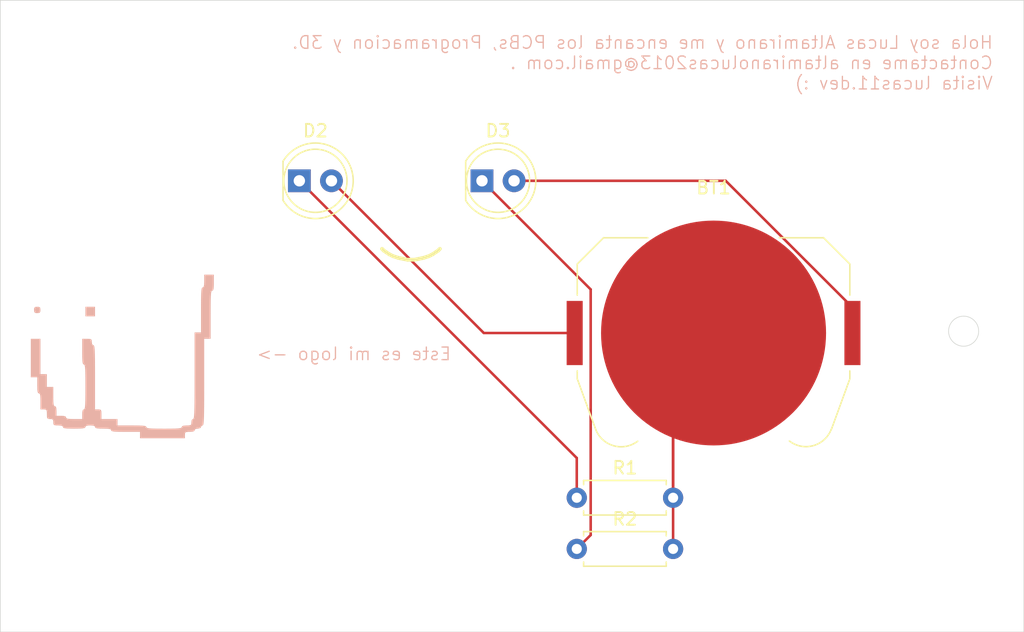
<source format=kicad_pcb>
(kicad_pcb (version 20241229) (generator "pcbnew") (generator_version "9.0")
  (layers (0 "F.Cu" signal) (2 "B.Cu" signal) (13 "F.Paste" user) (15 "B.Paste" user) (5 "F.SilkS" user "F.Silkscreen") (7 "B.SilkS" user "B.Silkscreen") (1 "F.Mask" user) (3 "B.Mask" user) (25 "Edge.Cuts" user))
  (net 0 "")
  (net 1 "Net-(BT1-+)")
  (net 2 "Net-(BT1--)")
  (net 3 "Net-(D2-K)")
  (net 4 "Net-(D3-K)")
  (footprint "LED_THT:LED_D5.0mm" (layer "F.Cu") (at 35.56 26.19375)
    (property "Reference" "D2" (at 1.27 -3.96 0) (layer "F.SilkS"))
    (property "Value" "LED")
    (fp_line (start -1.29 -1.545) (end -1.29 1.545) (stroke (width 0.12)) (layer "F.SilkS"))
    (fp_arc (start -1.29 -1.54483) (mid 2.071756 -2.880501) (end 4.26 -0.000048) (stroke (width 0.12)) (layer "F.SilkS"))
    (fp_arc (start 4.26 0.000048) (mid 2.071756 2.880501) (end -1.29 1.54483) (stroke (width 0.12)) (layer "F.SilkS"))
    (fp_circle (center 1.27 0) (end 3.77 0) (stroke (width 0.12)) (fill no) (layer "F.SilkS"))
    (pad "1" thru_hole rect (at 0 0) (size 1.8 1.8) (drill 0.9) (layers "*.Cu" "*.Mask") (net 3 "Net-(D2-K)"))
    (pad "2" thru_hole circle (at 2.54 0) (size 1.8 1.8) (drill 0.9) (layers "*.Cu" "*.Mask") (net 1 "Net-(BT1-+)"))
  )
  (footprint "Resistor_THT:R_Axial_DIN0207_L6.3mm_D2.5mm_P7.62mm_Horizontal" (layer "F.Cu") (at 57.505 55.33625)
    (property "Reference" "R2" (at 3.81 -2.37 0) (layer "F.SilkS"))
    (property "Value" "R")
    (fp_line (start 0.54 -1.37) (end 7.08 -1.37) (stroke (width 0.12)) (layer "F.SilkS"))
    (fp_line (start 0.54 -1.04) (end 0.54 -1.37) (stroke (width 0.12)) (layer "F.SilkS"))
    (fp_line (start 0.54 1.04) (end 0.54 1.37) (stroke (width 0.12)) (layer "F.SilkS"))
    (fp_line (start 0.54 1.37) (end 7.08 1.37) (stroke (width 0.12)) (layer "F.SilkS"))
    (fp_line (start 7.08 -1.37) (end 7.08 -1.04) (stroke (width 0.12)) (layer "F.SilkS"))
    (fp_line (start 7.08 1.37) (end 7.08 1.04) (stroke (width 0.12)) (layer "F.SilkS"))
    (pad "1" thru_hole circle (at 0 0) (size 1.6 1.6) (drill 0.8) (layers "*.Cu" "*.Mask") (net 4 "Net-(D3-K)"))
    (pad "2" thru_hole oval (at 7.62 0) (size 1.6 1.6) (drill 0.8) (layers "*.Cu" "*.Mask") (net 2 "Net-(BT1--)"))
  )
  (footprint "Battery:BatteryHolder_Keystone_3034_1x20mm" (layer "F.Cu") (at 68.325 38.244325)
    (property "Reference" "BT1" (at 0 -11.5 0) (layer "F.SilkS"))
    (property "Value" "Battery_Cell")
    (fp_line (start -10.78 -5.46) (end -10.78 -3) (stroke (width 0.12)) (layer "F.SilkS"))
    (fp_line (start -10.78 3) (end -10.78 3.63) (stroke (width 0.12)) (layer "F.SilkS"))
    (fp_line (start -10.78 3.63) (end -9.34 7.58) (stroke (width 0.12)) (layer "F.SilkS"))
    (fp_line (start -8.7 -7.54) (end -10.78 -5.46) (stroke (width 0.12)) (layer "F.SilkS"))
    (fp_line (start -5.2 -7.54) (end -8.7 -7.54) (stroke (width 0.12)) (layer "F.SilkS"))
    (fp_line (start 8.7 -7.54) (end 5.2 -7.54) (stroke (width 0.12)) (layer "F.SilkS"))
    (fp_line (start 8.7 -7.54) (end 10.78 -5.46) (stroke (width 0.12)) (layer "F.SilkS"))
    (fp_line (start 10.78 -5.46) (end 10.78 -3) (stroke (width 0.12)) (layer "F.SilkS"))
    (fp_line (start 10.78 3) (end 10.78 3.63) (stroke (width 0.12)) (layer "F.SilkS"))
    (fp_line (start 10.78 3.63) (end 9.34 7.58) (stroke (width 0.12)) (layer "F.SilkS"))
    (fp_arc (start -6.003354 8.56653) (mid -7.921654 8.918738) (end -9.34 7.58) (stroke (width 0.12)) (layer "F.SilkS"))
    (fp_arc (start 9.325243 7.588169) (mid 7.90634 8.911668) (end 6 8.55) (stroke (width 0.12)) (layer "F.SilkS"))
    (pad "1" smd rect (at -10.985 0) (size 1.27 5.08) (layers "F.Cu" "F.Mask" "F.Paste") (net 1 "Net-(BT1-+)"))
    (pad "1" smd rect (at 10.985 0) (size 1.27 5.08) (layers "F.Cu" "F.Mask" "F.Paste") (net 1 "Net-(BT1-+)"))
    (pad "2" smd circle (at 0 0) (size 17.8 17.8) (layers "F.Cu" "F.Mask") (net 2 "Net-(BT1--)"))
  )
  (footprint "Resistor_THT:R_Axial_DIN0207_L6.3mm_D2.5mm_P7.62mm_Horizontal" (layer "F.Cu") (at 57.505 51.28625)
    (property "Reference" "R1" (at 3.81 -2.37 0) (layer "F.SilkS"))
    (property "Value" "R")
    (fp_line (start 0.54 -1.37) (end 7.08 -1.37) (stroke (width 0.12)) (layer "F.SilkS"))
    (fp_line (start 0.54 -1.04) (end 0.54 -1.37) (stroke (width 0.12)) (layer "F.SilkS"))
    (fp_line (start 0.54 1.04) (end 0.54 1.37) (stroke (width 0.12)) (layer "F.SilkS"))
    (fp_line (start 0.54 1.37) (end 7.08 1.37) (stroke (width 0.12)) (layer "F.SilkS"))
    (fp_line (start 7.08 -1.37) (end 7.08 -1.04) (stroke (width 0.12)) (layer "F.SilkS"))
    (fp_line (start 7.08 1.37) (end 7.08 1.04) (stroke (width 0.12)) (layer "F.SilkS"))
    (pad "1" thru_hole circle (at 0 0) (size 1.6 1.6) (drill 0.8) (layers "*.Cu" "*.Mask") (net 3 "Net-(D2-K)"))
    (pad "2" thru_hole oval (at 7.62 0) (size 1.6 1.6) (drill 0.8) (layers "*.Cu" "*.Mask") (net 2 "Net-(BT1--)"))
  )
  (footprint "LED_THT:LED_D5.0mm" (layer "F.Cu") (at 50.00625 26.19375)
    (property "Reference" "D3" (at 1.27 -3.96 0) (layer "F.SilkS"))
    (property "Value" "LED")
    (fp_line (start -1.29 -1.545) (end -1.29 1.545) (stroke (width 0.12)) (layer "F.SilkS"))
    (fp_arc (start -1.29 -1.54483) (mid 2.071756 -2.880501) (end 4.26 -0.000048) (stroke (width 0.12)) (layer "F.SilkS"))
    (fp_arc (start 4.26 0.000048) (mid 2.071756 2.880501) (end -1.29 1.54483) (stroke (width 0.12)) (layer "F.SilkS"))
    (fp_circle (center 1.27 0) (end 3.77 0) (stroke (width 0.12)) (fill no) (layer "F.SilkS"))
    (pad "1" thru_hole rect (at 0 0) (size 1.8 1.8) (drill 0.9) (layers "*.Cu" "*.Mask") (net 4 "Net-(D3-K)"))
    (pad "2" thru_hole circle (at 2.54 0) (size 1.8 1.8) (drill 0.9) (layers "*.Cu" "*.Mask") (net 1 "Net-(BT1-+)"))
  )
  (footprint "LOGO" (layer "B.Cu") (at 21.43125 40.48125 180)
    (property "Reference" "G***" (hide yes))
    (property "Value" "LOGO" (hide yes))
    (fp_poly (pts (xy 2.794 3.937) (xy 2.794 3.556) (xy 2.413 3.556) (xy 2.032 3.556) (xy 2.032 3.937) (xy 2.032 4.318) (xy 2.413 4.318) (xy 2.794 4.318)) (fill yes) (layer "B.SilkS"))
    (fp_poly (pts (xy 6.783908 4.297021) (xy 6.850218 4.198061) (xy 6.858 4.064) (xy 6.83702 3.884092) (xy 6.73806 3.817782) (xy 6.604 3.81) (xy 6.424091 3.83098) (xy 6.357781 3.92994) (xy 6.35 4.064) (xy 6.370979 4.243909) (xy 6.469939 4.310219) (xy 6.604 4.318)) (fill yes) (layer "B.SilkS"))
    (fp_poly (pts (xy -6.604 6.35) (xy -6.594247 6.055028) (xy -6.559672 5.896659) (xy -6.492303 5.843002) (xy -6.477 5.842) (xy -6.434127 5.821704) (xy -6.401906 5.747353) (xy -6.378894 5.598756) (xy -6.363649 5.355723) (xy -6.35473 4.998063) (xy -6.350693 4.505584) (xy -6.35 4.064) (xy -6.35 2.286) (xy -6.096 2.286) (xy -5.842 2.286) (xy -5.842 -1.143) (xy -5.841372 -2.00418) (xy -5.839124 -2.710781) (xy -5.834708 -3.277553) (xy -5.82758 -3.719249) (xy -5.817192 -4.050618) (xy -5.802998 -4.286411) (xy -5.784453 -4.44138) (xy -5.761009 -4.530275) (xy -5.73212 -4.567847) (xy -5.715 -4.572) (xy -5.614174 -4.647728) (xy -5.588 -4.826) (xy -5.576956 -4.982188) (xy -5.513186 -5.056164) (xy -5.350737 -5.078564) (xy -5.207 -5.08) (xy -4.955878 -5.09662) (xy -4.841492 -5.153134) (xy -4.826 -5.207) (xy -4.803839 -5.254678) (xy -4.722318 -5.289016) (xy -4.558881 -5.312064) (xy -4.290974 -5.325873) (xy -3.896041 -5.332493) (xy -3.429 -5.334) (xy -2.904537 -5.331985) (xy -2.526818 -5.324574) (xy -2.273289 -5.309716) (xy -2.121394 -5.285361) (xy -2.048577 -5.249458) (xy -2.032 -5.207) (xy -2.007888 -5.154964) (xy -1.919119 -5.118999) (xy -1.741049 -5.096366) (xy -1.449031 -5.084325) (xy -1.018421 -5.08014) (xy -0.889 -5.08) (xy 0.254 -5.08) (xy 0.254 -4.826) (xy 0.254 -4.572) (xy 0.889 -4.572) (xy 1.524 -4.572) (xy 1.524 -4.191) (xy 1.531363 -3.956717) (xy 1.573876 -3.845753) (xy 1.682175 -3.812153) (xy 1.778 -3.81) (xy 2.032 -3.81) (xy 2.032 -1.27) (xy 2.032911 -0.538941) (xy 2.036215 0.039844) (xy 2.042763 0.483407) (xy 2.053409 0.808803) (xy 2.069004 1.033083) (xy 2.090402 1.1733) (xy 2.118455 1.246508) (xy 2.154016 1.269758) (xy 2.159 1.27) (xy 2.259826 1.345729) (xy 2.286 1.524) (xy 2.297044 1.680189) (xy 2.360814 1.754165) (xy 2.523263 1.776565) (xy 2.667 1.778) (xy 3.048 1.778) (xy 3.048 0.762) (xy 3.044815 0.32396) (xy 3.033104 0.029265) (xy 3.009627 -0.147989) (xy 2.971147 -0.233707) (xy 2.921 -0.254) (xy 2.878126 -0.274296) (xy 2.845905 -0.348647) (xy 2.822893 -0.497244) (xy 2.807648 -0.740277) (xy 2.798729 -1.097937) (xy 2.794692 -1.590416) (xy 2.794 -2.032) (xy 2.795449 -2.632225) (xy 2.80076 -3.083326) (xy 2.811374 -3.405493) (xy 2.828734 -3.618918) (xy 2.854281 -3.74379) (xy 2.889458 -3.800302) (xy 2.921 -3.81) (xy 3.004707 -3.859861) (xy 3.042836 -4.029402) (xy 3.048 -4.191) (xy 3.048 -4.572) (xy 3.683 -4.572) (xy 4.017945 -4.565347) (xy 4.214554 -4.541306) (xy 4.30345 -4.493752) (xy 4.318 -4.445) (xy 4.367861 -4.361292) (xy 4.537402 -4.323163) (xy 4.699 -4.318) (xy 5.08 -4.318) (xy 5.08 -3.937) (xy 5.09662 -3.685877) (xy 5.153134 -3.571491) (xy 5.207 -3.556) (xy 5.268958 -3.526304) (xy 5.307551 -3.417927) (xy 5.327601 -3.20193) (xy 5.333933 -2.849374) (xy 5.334 -2.794) (xy 5.334 -2.032) (xy 5.588 -2.032) (xy 5.842 -2.032) (xy 5.842 -1.524) (xy 5.842 -1.016) (xy 6.096 -1.016) (xy 6.35 -1.016) (xy 6.35 0.381) (xy 6.35 1.778) (xy 6.731 1.778) (xy 7.112 1.778) (xy 7.112 0.254) (xy 7.112 -1.27) (xy 6.858 -1.27) (xy 6.604 -1.27) (xy 6.604 -1.905) (xy 6.597347 -2.239945) (xy 6.573306 -2.436554) (xy 6.525752 -2.52545) (xy 6.477 -2.54) (xy 6.41001 -2.573263) (xy 6.370689 -2.693468) (xy 6.352909 -2.931238) (xy 6.35 -3.175) (xy 6.35 -3.81) (xy 6.096 -3.81) (xy 5.939811 -3.821044) (xy 5.865835 -3.884814) (xy 5.843435 -4.047263) (xy 5.842 -4.191) (xy 5.834636 -4.425282) (xy 5.792123 -4.536246) (xy 5.683824 -4.569846) (xy 5.588 -4.572) (xy 5.408091 -4.592979) (xy 5.341781 -4.691939) (xy 5.334 -4.826) (xy 5.322955 -4.982188) (xy 5.259185 -5.056164) (xy 5.096736 -5.078564) (xy 4.953 -5.08) (xy 4.701877 -5.09662) (xy 4.587491 -5.153134) (xy 4.572 -5.207) (xy 4.544745 -5.264995) (xy 4.444757 -5.302722) (xy 4.244701 -5.324087) (xy 3.917242 -5.332994) (xy 3.683 -5.334) (xy 3.277033 -5.330106) (xy 3.012941 -5.315822) (xy 2.863387 -5.287243) (xy 2.801036 -5.240463) (xy 2.794 -5.207) (xy 2.744138 -5.123292) (xy 2.574597 -5.085163) (xy 2.413 -5.08) (xy 2.161877 -5.09662) (xy 2.047491 -5.153134) (xy 2.032 -5.207) (xy 1.998736 -5.273989) (xy 1.878531 -5.31331) (xy 1.640761 -5.33109) (xy 1.397 -5.334) (xy 1.062054 -5.340652) (xy 0.865445 -5.364693) (xy 0.776549 -5.412247) (xy 0.762 -5.461) (xy 0.737887 -5.513035) (xy 0.649118 -5.549) (xy 0.471048 -5.571633) (xy 0.17903 -5.583674) (xy -0.25158 -5.587859) (xy -0.381 -5.588) (xy -1.524 -5.588) (xy -1.524 -5.842) (xy -1.524 -6.096) (xy -3.302 -6.096) (xy -5.08 -6.096) (xy -5.08 -5.842) (xy -5.091045 -5.685811) (xy -5.154815 -5.611835) (xy -5.317264 -5.589435) (xy -5.461 -5.588) (xy -5.712123 -5.571379) (xy -5.826509 -5.514865) (xy -5.842 -5.461) (xy -5.917729 -5.360173) (xy -6.096 -5.334) (xy -6.297653 -5.296135) (xy -6.35 -5.207) (xy -6.417773 -5.094751) (xy -6.477 -5.08) (xy -6.508896 -5.06304) (xy -6.535066 -5.002329) (xy -6.556058 -4.883115) (xy -6.572417 -4.690647) (xy -6.58469 -4.410174) (xy -6.593423 -4.026945) (xy -6.599163 -3.52621) (xy -6.602455 -2.893218) (xy -6.603847 -2.113217) (xy -6.604 -1.651) (xy -6.604 1.778) (xy -6.858 1.778) (xy -7.112 1.778) (xy -7.112 3.683) (xy -7.113323 4.3067) (xy -7.11816 4.78063) (xy -7.127815 5.124341) (xy -7.143591 5.357381) (xy -7.166791 5.499302) (xy -7.198718 5.569651) (xy -7.239 5.588) (xy -7.30599 5.621264) (xy -7.345311 5.741469) (xy -7.363091 5.979239) (xy -7.366 6.223) (xy -7.366 6.858) (xy -6.985 6.858) (xy -6.604 6.858)) (fill yes) (layer "B.SilkS"))
  )
  (gr_rect (start 11.90625 11.90625) (end 92.86875 61.9125) (stroke (width 0.05)) (fill no) (layer "Edge.Cuts"))
  (gr_circle (center 88.10625 38.1) (end 88.10625 39.290625) (stroke (width 0.05)) (fill no) (layer "Edge.Cuts"))
  (gr_text ")" (at 42.8625 30.95625 270) (layer "F.SilkS") (effects (font (size 3 3) (thickness 0.3) (bold yes)) (justify left bottom)))
  (gr_text "Hola soy Lucas Altamirano y me encanta los PCBs, Programacion y 3D.\nContactame en altamiranolucas2013@gmail.com .\nVisita lucas11.dev :)" (at 90.4875 19.05 0) (layer "B.SilkS") (effects (font (size 1 1) (thickness 0.1)) (justify left bottom mirror)))
  (gr_text "Este es mi logo ->" (at 47.625 40.48125 0) (layer "B.SilkS") (effects (font (size 1 1) (thickness 0.1)) (justify left bottom mirror)))
  (segment (start 79.31 36.217146) (end 79.31 38.244325) (width 0.2) (layer "F.Cu") (net 1))
  (segment (start 38.1 26.19375) (end 50.150575 38.244325) (width 0.2) (layer "F.Cu") (net 1))
  (segment (start 69.286604 26.19375) (end 79.31 36.217146) (width 0.2) (layer "F.Cu") (net 1))
  (segment (start 52.54625 26.19375) (end 69.286604 26.19375) (width 0.2) (layer "F.Cu") (net 1))
  (segment (start 50.150575 38.244325) (end 57.34 38.244325) (width 0.2) (layer "F.Cu") (net 1))
  (segment (start 65.125 55.33625) (end 65.125 41.444325) (width 0.2) (layer "F.Cu") (net 2))
  (segment (start 65.125 51.28625) (end 65.125 41.444325) (width 0.2) (layer "F.Cu") (net 2))
  (segment (start 65.125 41.444325) (end 68.325 38.244325) (width 0.2) (layer "F.Cu") (net 2))
  (segment (start 57.505 51.28625) (end 57.505 48.13875) (width 0.2) (layer "F.Cu") (net 3))
  (segment (start 57.505 48.13875) (end 35.56 26.19375) (width 0.2) (layer "F.Cu") (net 3))
  (segment (start 58.606 54.23525) (end 58.606 34.7935) (width 0.2) (layer "F.Cu") (net 4))
  (segment (start 57.505 55.33625) (end 58.606 54.23525) (width 0.2) (layer "F.Cu") (net 4))
  (segment (start 58.606 34.7935) (end 50.00625 26.19375) (width 0.2) (layer "F.Cu") (net 4))
)
</source>
